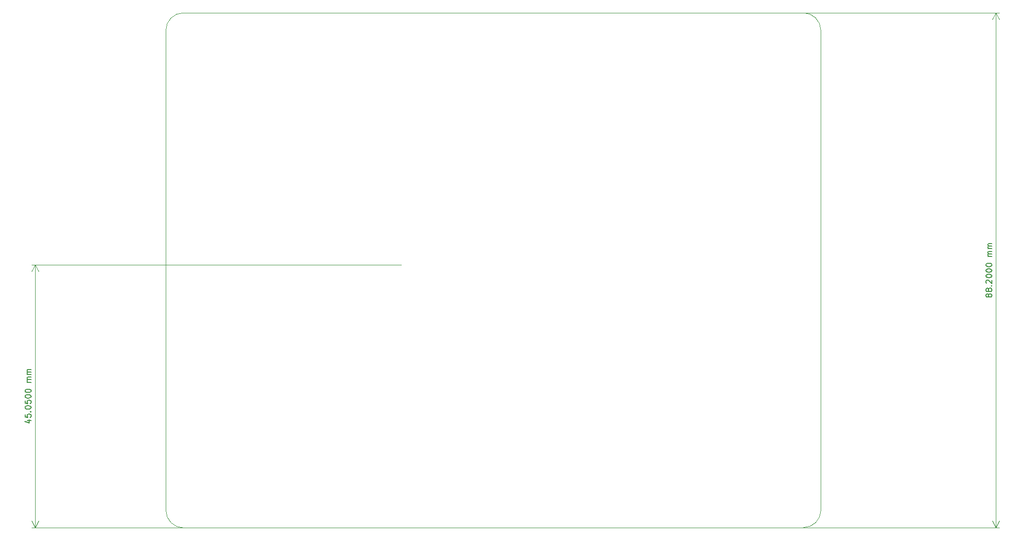
<source format=gbr>
%TF.GenerationSoftware,KiCad,Pcbnew,8.0.4*%
%TF.CreationDate,2024-09-07T15:05:54-07:00*%
%TF.ProjectId,PDB,5044422e-6b69-4636-9164-5f7063625858,rev?*%
%TF.SameCoordinates,Original*%
%TF.FileFunction,Profile,NP*%
%FSLAX46Y46*%
G04 Gerber Fmt 4.6, Leading zero omitted, Abs format (unit mm)*
G04 Created by KiCad (PCBNEW 8.0.4) date 2024-09-07 15:05:54*
%MOMM*%
%LPD*%
G01*
G04 APERTURE LIST*
%TA.AperFunction,Profile*%
%ADD10C,0.100000*%
%TD*%
%ADD11C,0.150000*%
G04 APERTURE END LIST*
D10*
X57550000Y-19900000D02*
G75*
G02*
X60550000Y-16900000I3000000J0D01*
G01*
X169650000Y-102150000D02*
G75*
G02*
X166700000Y-105100000I-2950000J0D01*
G01*
X60550000Y-16900000D02*
X166650000Y-16900000D01*
X60550000Y-105150000D02*
G75*
G02*
X57550000Y-102150000I0J3000000D01*
G01*
X166700000Y-105100000D02*
X60550000Y-105150000D01*
X166650000Y-16900000D02*
G75*
G02*
X169650000Y-19900000I0J-3000000D01*
G01*
X169650000Y-19900000D02*
X169650000Y-102150000D01*
X57550000Y-102150000D02*
X57550000Y-19900000D01*
D11*
X198333390Y-65428570D02*
X198285771Y-65523808D01*
X198285771Y-65523808D02*
X198238152Y-65571427D01*
X198238152Y-65571427D02*
X198142914Y-65619046D01*
X198142914Y-65619046D02*
X198095295Y-65619046D01*
X198095295Y-65619046D02*
X198000057Y-65571427D01*
X198000057Y-65571427D02*
X197952438Y-65523808D01*
X197952438Y-65523808D02*
X197904819Y-65428570D01*
X197904819Y-65428570D02*
X197904819Y-65238094D01*
X197904819Y-65238094D02*
X197952438Y-65142856D01*
X197952438Y-65142856D02*
X198000057Y-65095237D01*
X198000057Y-65095237D02*
X198095295Y-65047618D01*
X198095295Y-65047618D02*
X198142914Y-65047618D01*
X198142914Y-65047618D02*
X198238152Y-65095237D01*
X198238152Y-65095237D02*
X198285771Y-65142856D01*
X198285771Y-65142856D02*
X198333390Y-65238094D01*
X198333390Y-65238094D02*
X198333390Y-65428570D01*
X198333390Y-65428570D02*
X198381009Y-65523808D01*
X198381009Y-65523808D02*
X198428628Y-65571427D01*
X198428628Y-65571427D02*
X198523866Y-65619046D01*
X198523866Y-65619046D02*
X198714342Y-65619046D01*
X198714342Y-65619046D02*
X198809580Y-65571427D01*
X198809580Y-65571427D02*
X198857200Y-65523808D01*
X198857200Y-65523808D02*
X198904819Y-65428570D01*
X198904819Y-65428570D02*
X198904819Y-65238094D01*
X198904819Y-65238094D02*
X198857200Y-65142856D01*
X198857200Y-65142856D02*
X198809580Y-65095237D01*
X198809580Y-65095237D02*
X198714342Y-65047618D01*
X198714342Y-65047618D02*
X198523866Y-65047618D01*
X198523866Y-65047618D02*
X198428628Y-65095237D01*
X198428628Y-65095237D02*
X198381009Y-65142856D01*
X198381009Y-65142856D02*
X198333390Y-65238094D01*
X198333390Y-64476189D02*
X198285771Y-64571427D01*
X198285771Y-64571427D02*
X198238152Y-64619046D01*
X198238152Y-64619046D02*
X198142914Y-64666665D01*
X198142914Y-64666665D02*
X198095295Y-64666665D01*
X198095295Y-64666665D02*
X198000057Y-64619046D01*
X198000057Y-64619046D02*
X197952438Y-64571427D01*
X197952438Y-64571427D02*
X197904819Y-64476189D01*
X197904819Y-64476189D02*
X197904819Y-64285713D01*
X197904819Y-64285713D02*
X197952438Y-64190475D01*
X197952438Y-64190475D02*
X198000057Y-64142856D01*
X198000057Y-64142856D02*
X198095295Y-64095237D01*
X198095295Y-64095237D02*
X198142914Y-64095237D01*
X198142914Y-64095237D02*
X198238152Y-64142856D01*
X198238152Y-64142856D02*
X198285771Y-64190475D01*
X198285771Y-64190475D02*
X198333390Y-64285713D01*
X198333390Y-64285713D02*
X198333390Y-64476189D01*
X198333390Y-64476189D02*
X198381009Y-64571427D01*
X198381009Y-64571427D02*
X198428628Y-64619046D01*
X198428628Y-64619046D02*
X198523866Y-64666665D01*
X198523866Y-64666665D02*
X198714342Y-64666665D01*
X198714342Y-64666665D02*
X198809580Y-64619046D01*
X198809580Y-64619046D02*
X198857200Y-64571427D01*
X198857200Y-64571427D02*
X198904819Y-64476189D01*
X198904819Y-64476189D02*
X198904819Y-64285713D01*
X198904819Y-64285713D02*
X198857200Y-64190475D01*
X198857200Y-64190475D02*
X198809580Y-64142856D01*
X198809580Y-64142856D02*
X198714342Y-64095237D01*
X198714342Y-64095237D02*
X198523866Y-64095237D01*
X198523866Y-64095237D02*
X198428628Y-64142856D01*
X198428628Y-64142856D02*
X198381009Y-64190475D01*
X198381009Y-64190475D02*
X198333390Y-64285713D01*
X198809580Y-63666665D02*
X198857200Y-63619046D01*
X198857200Y-63619046D02*
X198904819Y-63666665D01*
X198904819Y-63666665D02*
X198857200Y-63714284D01*
X198857200Y-63714284D02*
X198809580Y-63666665D01*
X198809580Y-63666665D02*
X198904819Y-63666665D01*
X198000057Y-63238094D02*
X197952438Y-63190475D01*
X197952438Y-63190475D02*
X197904819Y-63095237D01*
X197904819Y-63095237D02*
X197904819Y-62857142D01*
X197904819Y-62857142D02*
X197952438Y-62761904D01*
X197952438Y-62761904D02*
X198000057Y-62714285D01*
X198000057Y-62714285D02*
X198095295Y-62666666D01*
X198095295Y-62666666D02*
X198190533Y-62666666D01*
X198190533Y-62666666D02*
X198333390Y-62714285D01*
X198333390Y-62714285D02*
X198904819Y-63285713D01*
X198904819Y-63285713D02*
X198904819Y-62666666D01*
X197904819Y-62047618D02*
X197904819Y-61952380D01*
X197904819Y-61952380D02*
X197952438Y-61857142D01*
X197952438Y-61857142D02*
X198000057Y-61809523D01*
X198000057Y-61809523D02*
X198095295Y-61761904D01*
X198095295Y-61761904D02*
X198285771Y-61714285D01*
X198285771Y-61714285D02*
X198523866Y-61714285D01*
X198523866Y-61714285D02*
X198714342Y-61761904D01*
X198714342Y-61761904D02*
X198809580Y-61809523D01*
X198809580Y-61809523D02*
X198857200Y-61857142D01*
X198857200Y-61857142D02*
X198904819Y-61952380D01*
X198904819Y-61952380D02*
X198904819Y-62047618D01*
X198904819Y-62047618D02*
X198857200Y-62142856D01*
X198857200Y-62142856D02*
X198809580Y-62190475D01*
X198809580Y-62190475D02*
X198714342Y-62238094D01*
X198714342Y-62238094D02*
X198523866Y-62285713D01*
X198523866Y-62285713D02*
X198285771Y-62285713D01*
X198285771Y-62285713D02*
X198095295Y-62238094D01*
X198095295Y-62238094D02*
X198000057Y-62190475D01*
X198000057Y-62190475D02*
X197952438Y-62142856D01*
X197952438Y-62142856D02*
X197904819Y-62047618D01*
X197904819Y-61095237D02*
X197904819Y-60999999D01*
X197904819Y-60999999D02*
X197952438Y-60904761D01*
X197952438Y-60904761D02*
X198000057Y-60857142D01*
X198000057Y-60857142D02*
X198095295Y-60809523D01*
X198095295Y-60809523D02*
X198285771Y-60761904D01*
X198285771Y-60761904D02*
X198523866Y-60761904D01*
X198523866Y-60761904D02*
X198714342Y-60809523D01*
X198714342Y-60809523D02*
X198809580Y-60857142D01*
X198809580Y-60857142D02*
X198857200Y-60904761D01*
X198857200Y-60904761D02*
X198904819Y-60999999D01*
X198904819Y-60999999D02*
X198904819Y-61095237D01*
X198904819Y-61095237D02*
X198857200Y-61190475D01*
X198857200Y-61190475D02*
X198809580Y-61238094D01*
X198809580Y-61238094D02*
X198714342Y-61285713D01*
X198714342Y-61285713D02*
X198523866Y-61333332D01*
X198523866Y-61333332D02*
X198285771Y-61333332D01*
X198285771Y-61333332D02*
X198095295Y-61285713D01*
X198095295Y-61285713D02*
X198000057Y-61238094D01*
X198000057Y-61238094D02*
X197952438Y-61190475D01*
X197952438Y-61190475D02*
X197904819Y-61095237D01*
X197904819Y-60142856D02*
X197904819Y-60047618D01*
X197904819Y-60047618D02*
X197952438Y-59952380D01*
X197952438Y-59952380D02*
X198000057Y-59904761D01*
X198000057Y-59904761D02*
X198095295Y-59857142D01*
X198095295Y-59857142D02*
X198285771Y-59809523D01*
X198285771Y-59809523D02*
X198523866Y-59809523D01*
X198523866Y-59809523D02*
X198714342Y-59857142D01*
X198714342Y-59857142D02*
X198809580Y-59904761D01*
X198809580Y-59904761D02*
X198857200Y-59952380D01*
X198857200Y-59952380D02*
X198904819Y-60047618D01*
X198904819Y-60047618D02*
X198904819Y-60142856D01*
X198904819Y-60142856D02*
X198857200Y-60238094D01*
X198857200Y-60238094D02*
X198809580Y-60285713D01*
X198809580Y-60285713D02*
X198714342Y-60333332D01*
X198714342Y-60333332D02*
X198523866Y-60380951D01*
X198523866Y-60380951D02*
X198285771Y-60380951D01*
X198285771Y-60380951D02*
X198095295Y-60333332D01*
X198095295Y-60333332D02*
X198000057Y-60285713D01*
X198000057Y-60285713D02*
X197952438Y-60238094D01*
X197952438Y-60238094D02*
X197904819Y-60142856D01*
X198904819Y-58619046D02*
X198238152Y-58619046D01*
X198333390Y-58619046D02*
X198285771Y-58571427D01*
X198285771Y-58571427D02*
X198238152Y-58476189D01*
X198238152Y-58476189D02*
X198238152Y-58333332D01*
X198238152Y-58333332D02*
X198285771Y-58238094D01*
X198285771Y-58238094D02*
X198381009Y-58190475D01*
X198381009Y-58190475D02*
X198904819Y-58190475D01*
X198381009Y-58190475D02*
X198285771Y-58142856D01*
X198285771Y-58142856D02*
X198238152Y-58047618D01*
X198238152Y-58047618D02*
X198238152Y-57904761D01*
X198238152Y-57904761D02*
X198285771Y-57809522D01*
X198285771Y-57809522D02*
X198381009Y-57761903D01*
X198381009Y-57761903D02*
X198904819Y-57761903D01*
X198904819Y-57285713D02*
X198238152Y-57285713D01*
X198333390Y-57285713D02*
X198285771Y-57238094D01*
X198285771Y-57238094D02*
X198238152Y-57142856D01*
X198238152Y-57142856D02*
X198238152Y-56999999D01*
X198238152Y-56999999D02*
X198285771Y-56904761D01*
X198285771Y-56904761D02*
X198381009Y-56857142D01*
X198381009Y-56857142D02*
X198904819Y-56857142D01*
X198381009Y-56857142D02*
X198285771Y-56809523D01*
X198285771Y-56809523D02*
X198238152Y-56714285D01*
X198238152Y-56714285D02*
X198238152Y-56571428D01*
X198238152Y-56571428D02*
X198285771Y-56476189D01*
X198285771Y-56476189D02*
X198381009Y-56428570D01*
X198381009Y-56428570D02*
X198904819Y-56428570D01*
D10*
X157150000Y-105100000D02*
X200186420Y-105100000D01*
X200186420Y-16900000D02*
X157150000Y-16900000D01*
X199600000Y-105100000D02*
X199600000Y-16900000D01*
X199600000Y-105100000D02*
X199600000Y-16900000D01*
X199600000Y-105100000D02*
X199013579Y-103973496D01*
X199600000Y-105100000D02*
X200186421Y-103973496D01*
X199600000Y-16900000D02*
X200186421Y-18026504D01*
X199600000Y-16900000D02*
X199013579Y-18026504D01*
D11*
X33788152Y-86717856D02*
X34454819Y-86717856D01*
X33407200Y-86955951D02*
X34121485Y-87194046D01*
X34121485Y-87194046D02*
X34121485Y-86574999D01*
X33454819Y-85717856D02*
X33454819Y-86194046D01*
X33454819Y-86194046D02*
X33931009Y-86241665D01*
X33931009Y-86241665D02*
X33883390Y-86194046D01*
X33883390Y-86194046D02*
X33835771Y-86098808D01*
X33835771Y-86098808D02*
X33835771Y-85860713D01*
X33835771Y-85860713D02*
X33883390Y-85765475D01*
X33883390Y-85765475D02*
X33931009Y-85717856D01*
X33931009Y-85717856D02*
X34026247Y-85670237D01*
X34026247Y-85670237D02*
X34264342Y-85670237D01*
X34264342Y-85670237D02*
X34359580Y-85717856D01*
X34359580Y-85717856D02*
X34407200Y-85765475D01*
X34407200Y-85765475D02*
X34454819Y-85860713D01*
X34454819Y-85860713D02*
X34454819Y-86098808D01*
X34454819Y-86098808D02*
X34407200Y-86194046D01*
X34407200Y-86194046D02*
X34359580Y-86241665D01*
X34359580Y-85241665D02*
X34407200Y-85194046D01*
X34407200Y-85194046D02*
X34454819Y-85241665D01*
X34454819Y-85241665D02*
X34407200Y-85289284D01*
X34407200Y-85289284D02*
X34359580Y-85241665D01*
X34359580Y-85241665D02*
X34454819Y-85241665D01*
X33454819Y-84574999D02*
X33454819Y-84479761D01*
X33454819Y-84479761D02*
X33502438Y-84384523D01*
X33502438Y-84384523D02*
X33550057Y-84336904D01*
X33550057Y-84336904D02*
X33645295Y-84289285D01*
X33645295Y-84289285D02*
X33835771Y-84241666D01*
X33835771Y-84241666D02*
X34073866Y-84241666D01*
X34073866Y-84241666D02*
X34264342Y-84289285D01*
X34264342Y-84289285D02*
X34359580Y-84336904D01*
X34359580Y-84336904D02*
X34407200Y-84384523D01*
X34407200Y-84384523D02*
X34454819Y-84479761D01*
X34454819Y-84479761D02*
X34454819Y-84574999D01*
X34454819Y-84574999D02*
X34407200Y-84670237D01*
X34407200Y-84670237D02*
X34359580Y-84717856D01*
X34359580Y-84717856D02*
X34264342Y-84765475D01*
X34264342Y-84765475D02*
X34073866Y-84813094D01*
X34073866Y-84813094D02*
X33835771Y-84813094D01*
X33835771Y-84813094D02*
X33645295Y-84765475D01*
X33645295Y-84765475D02*
X33550057Y-84717856D01*
X33550057Y-84717856D02*
X33502438Y-84670237D01*
X33502438Y-84670237D02*
X33454819Y-84574999D01*
X33454819Y-83336904D02*
X33454819Y-83813094D01*
X33454819Y-83813094D02*
X33931009Y-83860713D01*
X33931009Y-83860713D02*
X33883390Y-83813094D01*
X33883390Y-83813094D02*
X33835771Y-83717856D01*
X33835771Y-83717856D02*
X33835771Y-83479761D01*
X33835771Y-83479761D02*
X33883390Y-83384523D01*
X33883390Y-83384523D02*
X33931009Y-83336904D01*
X33931009Y-83336904D02*
X34026247Y-83289285D01*
X34026247Y-83289285D02*
X34264342Y-83289285D01*
X34264342Y-83289285D02*
X34359580Y-83336904D01*
X34359580Y-83336904D02*
X34407200Y-83384523D01*
X34407200Y-83384523D02*
X34454819Y-83479761D01*
X34454819Y-83479761D02*
X34454819Y-83717856D01*
X34454819Y-83717856D02*
X34407200Y-83813094D01*
X34407200Y-83813094D02*
X34359580Y-83860713D01*
X33454819Y-82670237D02*
X33454819Y-82574999D01*
X33454819Y-82574999D02*
X33502438Y-82479761D01*
X33502438Y-82479761D02*
X33550057Y-82432142D01*
X33550057Y-82432142D02*
X33645295Y-82384523D01*
X33645295Y-82384523D02*
X33835771Y-82336904D01*
X33835771Y-82336904D02*
X34073866Y-82336904D01*
X34073866Y-82336904D02*
X34264342Y-82384523D01*
X34264342Y-82384523D02*
X34359580Y-82432142D01*
X34359580Y-82432142D02*
X34407200Y-82479761D01*
X34407200Y-82479761D02*
X34454819Y-82574999D01*
X34454819Y-82574999D02*
X34454819Y-82670237D01*
X34454819Y-82670237D02*
X34407200Y-82765475D01*
X34407200Y-82765475D02*
X34359580Y-82813094D01*
X34359580Y-82813094D02*
X34264342Y-82860713D01*
X34264342Y-82860713D02*
X34073866Y-82908332D01*
X34073866Y-82908332D02*
X33835771Y-82908332D01*
X33835771Y-82908332D02*
X33645295Y-82860713D01*
X33645295Y-82860713D02*
X33550057Y-82813094D01*
X33550057Y-82813094D02*
X33502438Y-82765475D01*
X33502438Y-82765475D02*
X33454819Y-82670237D01*
X33454819Y-81717856D02*
X33454819Y-81622618D01*
X33454819Y-81622618D02*
X33502438Y-81527380D01*
X33502438Y-81527380D02*
X33550057Y-81479761D01*
X33550057Y-81479761D02*
X33645295Y-81432142D01*
X33645295Y-81432142D02*
X33835771Y-81384523D01*
X33835771Y-81384523D02*
X34073866Y-81384523D01*
X34073866Y-81384523D02*
X34264342Y-81432142D01*
X34264342Y-81432142D02*
X34359580Y-81479761D01*
X34359580Y-81479761D02*
X34407200Y-81527380D01*
X34407200Y-81527380D02*
X34454819Y-81622618D01*
X34454819Y-81622618D02*
X34454819Y-81717856D01*
X34454819Y-81717856D02*
X34407200Y-81813094D01*
X34407200Y-81813094D02*
X34359580Y-81860713D01*
X34359580Y-81860713D02*
X34264342Y-81908332D01*
X34264342Y-81908332D02*
X34073866Y-81955951D01*
X34073866Y-81955951D02*
X33835771Y-81955951D01*
X33835771Y-81955951D02*
X33645295Y-81908332D01*
X33645295Y-81908332D02*
X33550057Y-81860713D01*
X33550057Y-81860713D02*
X33502438Y-81813094D01*
X33502438Y-81813094D02*
X33454819Y-81717856D01*
X34454819Y-80194046D02*
X33788152Y-80194046D01*
X33883390Y-80194046D02*
X33835771Y-80146427D01*
X33835771Y-80146427D02*
X33788152Y-80051189D01*
X33788152Y-80051189D02*
X33788152Y-79908332D01*
X33788152Y-79908332D02*
X33835771Y-79813094D01*
X33835771Y-79813094D02*
X33931009Y-79765475D01*
X33931009Y-79765475D02*
X34454819Y-79765475D01*
X33931009Y-79765475D02*
X33835771Y-79717856D01*
X33835771Y-79717856D02*
X33788152Y-79622618D01*
X33788152Y-79622618D02*
X33788152Y-79479761D01*
X33788152Y-79479761D02*
X33835771Y-79384522D01*
X33835771Y-79384522D02*
X33931009Y-79336903D01*
X33931009Y-79336903D02*
X34454819Y-79336903D01*
X34454819Y-78860713D02*
X33788152Y-78860713D01*
X33883390Y-78860713D02*
X33835771Y-78813094D01*
X33835771Y-78813094D02*
X33788152Y-78717856D01*
X33788152Y-78717856D02*
X33788152Y-78574999D01*
X33788152Y-78574999D02*
X33835771Y-78479761D01*
X33835771Y-78479761D02*
X33931009Y-78432142D01*
X33931009Y-78432142D02*
X34454819Y-78432142D01*
X33931009Y-78432142D02*
X33835771Y-78384523D01*
X33835771Y-78384523D02*
X33788152Y-78289285D01*
X33788152Y-78289285D02*
X33788152Y-78146428D01*
X33788152Y-78146428D02*
X33835771Y-78051189D01*
X33835771Y-78051189D02*
X33931009Y-78003570D01*
X33931009Y-78003570D02*
X34454819Y-78003570D01*
D10*
X97850000Y-60050000D02*
X34563580Y-60050000D01*
X34563580Y-105100000D02*
X97800000Y-105100000D01*
X35150000Y-60050000D02*
X35150000Y-105100000D01*
X35150000Y-60050000D02*
X35150000Y-105100000D01*
X35150000Y-60050000D02*
X35736421Y-61176504D01*
X35150000Y-60050000D02*
X34563579Y-61176504D01*
X35150000Y-105100000D02*
X34563579Y-103973496D01*
X35150000Y-105100000D02*
X35736421Y-103973496D01*
M02*

</source>
